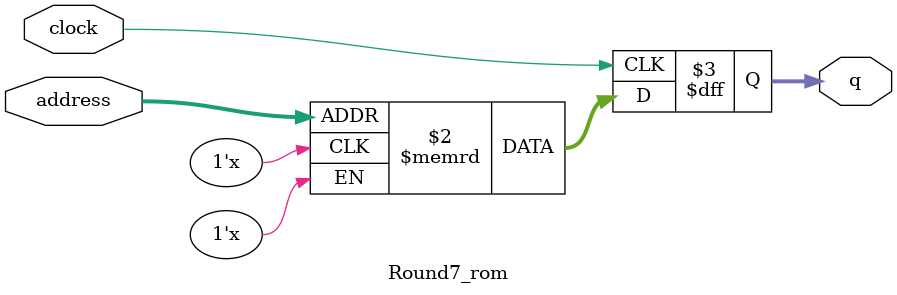
<source format=sv>
module Round7_rom (
	input logic clock,
	input logic [7:0] address,
	output logic [3:0] q
);

logic [3:0] memory [0:255] /* synthesis ram_init_file = "./Round7/Round7.mif" */;

always_ff @ (posedge clock) begin
	q <= memory[address];
end

endmodule

</source>
